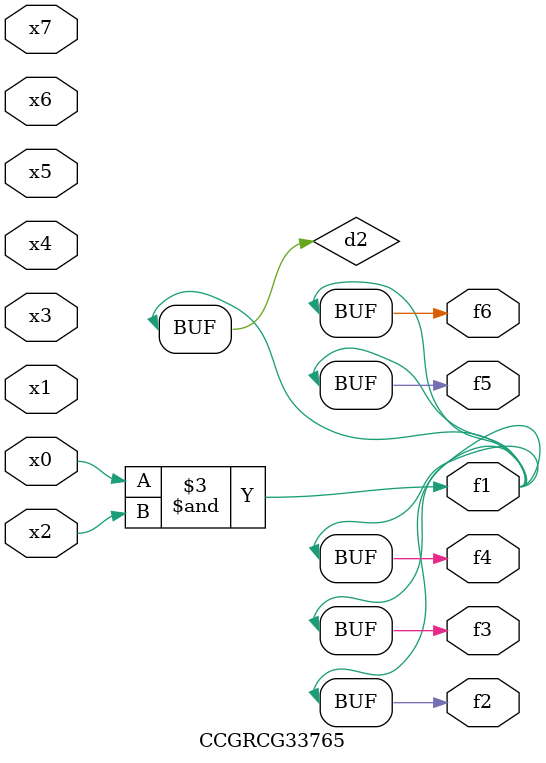
<source format=v>
module CCGRCG33765(
	input x0, x1, x2, x3, x4, x5, x6, x7,
	output f1, f2, f3, f4, f5, f6
);

	wire d1, d2;

	nor (d1, x3, x6);
	and (d2, x0, x2);
	assign f1 = d2;
	assign f2 = d2;
	assign f3 = d2;
	assign f4 = d2;
	assign f5 = d2;
	assign f6 = d2;
endmodule

</source>
